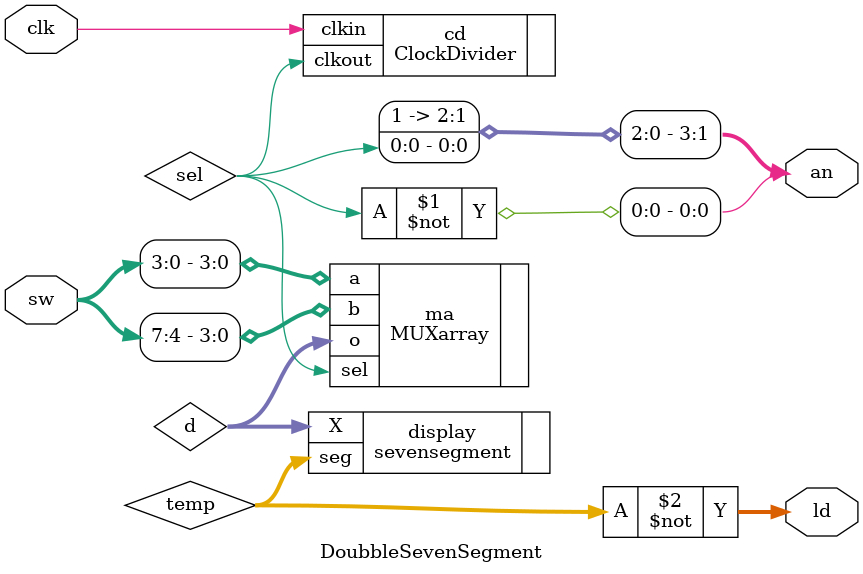
<source format=v>
`timescale 1ns / 1ps


module DoubbleSevenSegment(
    input clk,
    input [7:0] sw,
    output [3:0] an,
    output [6:0] ld
    );
    wire [3:0] d;
    wire sel;
    wire [6:0]temp;
    //clk -> clock divider -> sel 
    //sel -> MUXarray 
    //MUXarray -> d[3:0]
    //d -> 4_16decoder 
    //decoder -> display
    //sel -> an 0 | ~an 1
    
    ClockDivider cd(
                    .clkin(clk),
                    .clkout(sel)
                    );
                    
    MUXarray ma(
                .sel(sel),
                .a(sw[3:0]),
                .b(sw[7:4]),
                .o(d)
                );
                                    
    
    sevensegment display(
                       .X(d),
                       .seg(temp)
                       );
                       
   assign an[0] = ~sel;
   assign an[1] = sel;      
   assign an[2] = 1;
   assign an[3] = 1;
   assign ld = ~temp; 
    
    
    
endmodule

</source>
